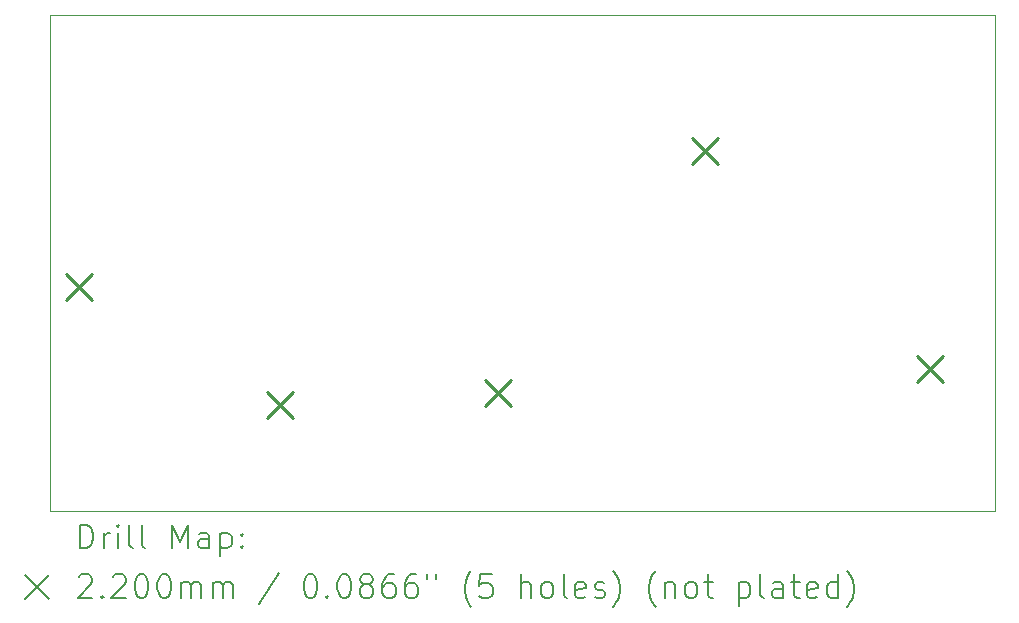
<source format=gbr>
%TF.GenerationSoftware,KiCad,Pcbnew,8.0.2-8.0.2-0~ubuntu22.04.1*%
%TF.CreationDate,2024-05-10T23:44:40+03:00*%
%TF.ProjectId,handle-module,68616e64-6c65-42d6-9d6f-64756c652e6b,rev?*%
%TF.SameCoordinates,Original*%
%TF.FileFunction,Drillmap*%
%TF.FilePolarity,Positive*%
%FSLAX45Y45*%
G04 Gerber Fmt 4.5, Leading zero omitted, Abs format (unit mm)*
G04 Created by KiCad (PCBNEW 8.0.2-8.0.2-0~ubuntu22.04.1) date 2024-05-10 23:44:40*
%MOMM*%
%LPD*%
G01*
G04 APERTURE LIST*
%ADD10C,0.100000*%
%ADD11C,0.200000*%
%ADD12C,0.220000*%
G04 APERTURE END LIST*
D10*
X5500000Y-7800000D02*
X13500000Y-7800000D01*
X13500000Y-12000000D01*
X5500000Y-12000000D01*
X5500000Y-7800000D01*
D11*
D12*
X5640000Y-9990000D02*
X5860000Y-10210000D01*
X5860000Y-9990000D02*
X5640000Y-10210000D01*
X7340000Y-10990000D02*
X7560000Y-11210000D01*
X7560000Y-10990000D02*
X7340000Y-11210000D01*
X9190000Y-10890000D02*
X9410000Y-11110000D01*
X9410000Y-10890000D02*
X9190000Y-11110000D01*
X10940000Y-8840000D02*
X11160000Y-9060000D01*
X11160000Y-8840000D02*
X10940000Y-9060000D01*
X12840000Y-10690000D02*
X13060000Y-10910000D01*
X13060000Y-10690000D02*
X12840000Y-10910000D01*
D11*
X5755777Y-12316484D02*
X5755777Y-12116484D01*
X5755777Y-12116484D02*
X5803396Y-12116484D01*
X5803396Y-12116484D02*
X5831967Y-12126008D01*
X5831967Y-12126008D02*
X5851015Y-12145055D01*
X5851015Y-12145055D02*
X5860539Y-12164103D01*
X5860539Y-12164103D02*
X5870062Y-12202198D01*
X5870062Y-12202198D02*
X5870062Y-12230769D01*
X5870062Y-12230769D02*
X5860539Y-12268865D01*
X5860539Y-12268865D02*
X5851015Y-12287912D01*
X5851015Y-12287912D02*
X5831967Y-12306960D01*
X5831967Y-12306960D02*
X5803396Y-12316484D01*
X5803396Y-12316484D02*
X5755777Y-12316484D01*
X5955777Y-12316484D02*
X5955777Y-12183150D01*
X5955777Y-12221246D02*
X5965301Y-12202198D01*
X5965301Y-12202198D02*
X5974824Y-12192674D01*
X5974824Y-12192674D02*
X5993872Y-12183150D01*
X5993872Y-12183150D02*
X6012920Y-12183150D01*
X6079586Y-12316484D02*
X6079586Y-12183150D01*
X6079586Y-12116484D02*
X6070062Y-12126008D01*
X6070062Y-12126008D02*
X6079586Y-12135531D01*
X6079586Y-12135531D02*
X6089110Y-12126008D01*
X6089110Y-12126008D02*
X6079586Y-12116484D01*
X6079586Y-12116484D02*
X6079586Y-12135531D01*
X6203396Y-12316484D02*
X6184348Y-12306960D01*
X6184348Y-12306960D02*
X6174824Y-12287912D01*
X6174824Y-12287912D02*
X6174824Y-12116484D01*
X6308158Y-12316484D02*
X6289110Y-12306960D01*
X6289110Y-12306960D02*
X6279586Y-12287912D01*
X6279586Y-12287912D02*
X6279586Y-12116484D01*
X6536729Y-12316484D02*
X6536729Y-12116484D01*
X6536729Y-12116484D02*
X6603396Y-12259341D01*
X6603396Y-12259341D02*
X6670062Y-12116484D01*
X6670062Y-12116484D02*
X6670062Y-12316484D01*
X6851015Y-12316484D02*
X6851015Y-12211722D01*
X6851015Y-12211722D02*
X6841491Y-12192674D01*
X6841491Y-12192674D02*
X6822443Y-12183150D01*
X6822443Y-12183150D02*
X6784348Y-12183150D01*
X6784348Y-12183150D02*
X6765301Y-12192674D01*
X6851015Y-12306960D02*
X6831967Y-12316484D01*
X6831967Y-12316484D02*
X6784348Y-12316484D01*
X6784348Y-12316484D02*
X6765301Y-12306960D01*
X6765301Y-12306960D02*
X6755777Y-12287912D01*
X6755777Y-12287912D02*
X6755777Y-12268865D01*
X6755777Y-12268865D02*
X6765301Y-12249817D01*
X6765301Y-12249817D02*
X6784348Y-12240293D01*
X6784348Y-12240293D02*
X6831967Y-12240293D01*
X6831967Y-12240293D02*
X6851015Y-12230769D01*
X6946253Y-12183150D02*
X6946253Y-12383150D01*
X6946253Y-12192674D02*
X6965301Y-12183150D01*
X6965301Y-12183150D02*
X7003396Y-12183150D01*
X7003396Y-12183150D02*
X7022443Y-12192674D01*
X7022443Y-12192674D02*
X7031967Y-12202198D01*
X7031967Y-12202198D02*
X7041491Y-12221246D01*
X7041491Y-12221246D02*
X7041491Y-12278388D01*
X7041491Y-12278388D02*
X7031967Y-12297436D01*
X7031967Y-12297436D02*
X7022443Y-12306960D01*
X7022443Y-12306960D02*
X7003396Y-12316484D01*
X7003396Y-12316484D02*
X6965301Y-12316484D01*
X6965301Y-12316484D02*
X6946253Y-12306960D01*
X7127205Y-12297436D02*
X7136729Y-12306960D01*
X7136729Y-12306960D02*
X7127205Y-12316484D01*
X7127205Y-12316484D02*
X7117682Y-12306960D01*
X7117682Y-12306960D02*
X7127205Y-12297436D01*
X7127205Y-12297436D02*
X7127205Y-12316484D01*
X7127205Y-12192674D02*
X7136729Y-12202198D01*
X7136729Y-12202198D02*
X7127205Y-12211722D01*
X7127205Y-12211722D02*
X7117682Y-12202198D01*
X7117682Y-12202198D02*
X7127205Y-12192674D01*
X7127205Y-12192674D02*
X7127205Y-12211722D01*
X5295000Y-12545000D02*
X5495000Y-12745000D01*
X5495000Y-12545000D02*
X5295000Y-12745000D01*
X5746253Y-12555531D02*
X5755777Y-12546008D01*
X5755777Y-12546008D02*
X5774824Y-12536484D01*
X5774824Y-12536484D02*
X5822443Y-12536484D01*
X5822443Y-12536484D02*
X5841491Y-12546008D01*
X5841491Y-12546008D02*
X5851015Y-12555531D01*
X5851015Y-12555531D02*
X5860539Y-12574579D01*
X5860539Y-12574579D02*
X5860539Y-12593627D01*
X5860539Y-12593627D02*
X5851015Y-12622198D01*
X5851015Y-12622198D02*
X5736729Y-12736484D01*
X5736729Y-12736484D02*
X5860539Y-12736484D01*
X5946253Y-12717436D02*
X5955777Y-12726960D01*
X5955777Y-12726960D02*
X5946253Y-12736484D01*
X5946253Y-12736484D02*
X5936729Y-12726960D01*
X5936729Y-12726960D02*
X5946253Y-12717436D01*
X5946253Y-12717436D02*
X5946253Y-12736484D01*
X6031967Y-12555531D02*
X6041491Y-12546008D01*
X6041491Y-12546008D02*
X6060539Y-12536484D01*
X6060539Y-12536484D02*
X6108158Y-12536484D01*
X6108158Y-12536484D02*
X6127205Y-12546008D01*
X6127205Y-12546008D02*
X6136729Y-12555531D01*
X6136729Y-12555531D02*
X6146253Y-12574579D01*
X6146253Y-12574579D02*
X6146253Y-12593627D01*
X6146253Y-12593627D02*
X6136729Y-12622198D01*
X6136729Y-12622198D02*
X6022443Y-12736484D01*
X6022443Y-12736484D02*
X6146253Y-12736484D01*
X6270062Y-12536484D02*
X6289110Y-12536484D01*
X6289110Y-12536484D02*
X6308158Y-12546008D01*
X6308158Y-12546008D02*
X6317682Y-12555531D01*
X6317682Y-12555531D02*
X6327205Y-12574579D01*
X6327205Y-12574579D02*
X6336729Y-12612674D01*
X6336729Y-12612674D02*
X6336729Y-12660293D01*
X6336729Y-12660293D02*
X6327205Y-12698388D01*
X6327205Y-12698388D02*
X6317682Y-12717436D01*
X6317682Y-12717436D02*
X6308158Y-12726960D01*
X6308158Y-12726960D02*
X6289110Y-12736484D01*
X6289110Y-12736484D02*
X6270062Y-12736484D01*
X6270062Y-12736484D02*
X6251015Y-12726960D01*
X6251015Y-12726960D02*
X6241491Y-12717436D01*
X6241491Y-12717436D02*
X6231967Y-12698388D01*
X6231967Y-12698388D02*
X6222443Y-12660293D01*
X6222443Y-12660293D02*
X6222443Y-12612674D01*
X6222443Y-12612674D02*
X6231967Y-12574579D01*
X6231967Y-12574579D02*
X6241491Y-12555531D01*
X6241491Y-12555531D02*
X6251015Y-12546008D01*
X6251015Y-12546008D02*
X6270062Y-12536484D01*
X6460539Y-12536484D02*
X6479586Y-12536484D01*
X6479586Y-12536484D02*
X6498634Y-12546008D01*
X6498634Y-12546008D02*
X6508158Y-12555531D01*
X6508158Y-12555531D02*
X6517682Y-12574579D01*
X6517682Y-12574579D02*
X6527205Y-12612674D01*
X6527205Y-12612674D02*
X6527205Y-12660293D01*
X6527205Y-12660293D02*
X6517682Y-12698388D01*
X6517682Y-12698388D02*
X6508158Y-12717436D01*
X6508158Y-12717436D02*
X6498634Y-12726960D01*
X6498634Y-12726960D02*
X6479586Y-12736484D01*
X6479586Y-12736484D02*
X6460539Y-12736484D01*
X6460539Y-12736484D02*
X6441491Y-12726960D01*
X6441491Y-12726960D02*
X6431967Y-12717436D01*
X6431967Y-12717436D02*
X6422443Y-12698388D01*
X6422443Y-12698388D02*
X6412920Y-12660293D01*
X6412920Y-12660293D02*
X6412920Y-12612674D01*
X6412920Y-12612674D02*
X6422443Y-12574579D01*
X6422443Y-12574579D02*
X6431967Y-12555531D01*
X6431967Y-12555531D02*
X6441491Y-12546008D01*
X6441491Y-12546008D02*
X6460539Y-12536484D01*
X6612920Y-12736484D02*
X6612920Y-12603150D01*
X6612920Y-12622198D02*
X6622443Y-12612674D01*
X6622443Y-12612674D02*
X6641491Y-12603150D01*
X6641491Y-12603150D02*
X6670063Y-12603150D01*
X6670063Y-12603150D02*
X6689110Y-12612674D01*
X6689110Y-12612674D02*
X6698634Y-12631722D01*
X6698634Y-12631722D02*
X6698634Y-12736484D01*
X6698634Y-12631722D02*
X6708158Y-12612674D01*
X6708158Y-12612674D02*
X6727205Y-12603150D01*
X6727205Y-12603150D02*
X6755777Y-12603150D01*
X6755777Y-12603150D02*
X6774824Y-12612674D01*
X6774824Y-12612674D02*
X6784348Y-12631722D01*
X6784348Y-12631722D02*
X6784348Y-12736484D01*
X6879586Y-12736484D02*
X6879586Y-12603150D01*
X6879586Y-12622198D02*
X6889110Y-12612674D01*
X6889110Y-12612674D02*
X6908158Y-12603150D01*
X6908158Y-12603150D02*
X6936729Y-12603150D01*
X6936729Y-12603150D02*
X6955777Y-12612674D01*
X6955777Y-12612674D02*
X6965301Y-12631722D01*
X6965301Y-12631722D02*
X6965301Y-12736484D01*
X6965301Y-12631722D02*
X6974824Y-12612674D01*
X6974824Y-12612674D02*
X6993872Y-12603150D01*
X6993872Y-12603150D02*
X7022443Y-12603150D01*
X7022443Y-12603150D02*
X7041491Y-12612674D01*
X7041491Y-12612674D02*
X7051015Y-12631722D01*
X7051015Y-12631722D02*
X7051015Y-12736484D01*
X7441491Y-12526960D02*
X7270063Y-12784103D01*
X7698634Y-12536484D02*
X7717682Y-12536484D01*
X7717682Y-12536484D02*
X7736729Y-12546008D01*
X7736729Y-12546008D02*
X7746253Y-12555531D01*
X7746253Y-12555531D02*
X7755777Y-12574579D01*
X7755777Y-12574579D02*
X7765301Y-12612674D01*
X7765301Y-12612674D02*
X7765301Y-12660293D01*
X7765301Y-12660293D02*
X7755777Y-12698388D01*
X7755777Y-12698388D02*
X7746253Y-12717436D01*
X7746253Y-12717436D02*
X7736729Y-12726960D01*
X7736729Y-12726960D02*
X7717682Y-12736484D01*
X7717682Y-12736484D02*
X7698634Y-12736484D01*
X7698634Y-12736484D02*
X7679586Y-12726960D01*
X7679586Y-12726960D02*
X7670063Y-12717436D01*
X7670063Y-12717436D02*
X7660539Y-12698388D01*
X7660539Y-12698388D02*
X7651015Y-12660293D01*
X7651015Y-12660293D02*
X7651015Y-12612674D01*
X7651015Y-12612674D02*
X7660539Y-12574579D01*
X7660539Y-12574579D02*
X7670063Y-12555531D01*
X7670063Y-12555531D02*
X7679586Y-12546008D01*
X7679586Y-12546008D02*
X7698634Y-12536484D01*
X7851015Y-12717436D02*
X7860539Y-12726960D01*
X7860539Y-12726960D02*
X7851015Y-12736484D01*
X7851015Y-12736484D02*
X7841491Y-12726960D01*
X7841491Y-12726960D02*
X7851015Y-12717436D01*
X7851015Y-12717436D02*
X7851015Y-12736484D01*
X7984348Y-12536484D02*
X8003396Y-12536484D01*
X8003396Y-12536484D02*
X8022444Y-12546008D01*
X8022444Y-12546008D02*
X8031967Y-12555531D01*
X8031967Y-12555531D02*
X8041491Y-12574579D01*
X8041491Y-12574579D02*
X8051015Y-12612674D01*
X8051015Y-12612674D02*
X8051015Y-12660293D01*
X8051015Y-12660293D02*
X8041491Y-12698388D01*
X8041491Y-12698388D02*
X8031967Y-12717436D01*
X8031967Y-12717436D02*
X8022444Y-12726960D01*
X8022444Y-12726960D02*
X8003396Y-12736484D01*
X8003396Y-12736484D02*
X7984348Y-12736484D01*
X7984348Y-12736484D02*
X7965301Y-12726960D01*
X7965301Y-12726960D02*
X7955777Y-12717436D01*
X7955777Y-12717436D02*
X7946253Y-12698388D01*
X7946253Y-12698388D02*
X7936729Y-12660293D01*
X7936729Y-12660293D02*
X7936729Y-12612674D01*
X7936729Y-12612674D02*
X7946253Y-12574579D01*
X7946253Y-12574579D02*
X7955777Y-12555531D01*
X7955777Y-12555531D02*
X7965301Y-12546008D01*
X7965301Y-12546008D02*
X7984348Y-12536484D01*
X8165301Y-12622198D02*
X8146253Y-12612674D01*
X8146253Y-12612674D02*
X8136729Y-12603150D01*
X8136729Y-12603150D02*
X8127206Y-12584103D01*
X8127206Y-12584103D02*
X8127206Y-12574579D01*
X8127206Y-12574579D02*
X8136729Y-12555531D01*
X8136729Y-12555531D02*
X8146253Y-12546008D01*
X8146253Y-12546008D02*
X8165301Y-12536484D01*
X8165301Y-12536484D02*
X8203396Y-12536484D01*
X8203396Y-12536484D02*
X8222444Y-12546008D01*
X8222444Y-12546008D02*
X8231967Y-12555531D01*
X8231967Y-12555531D02*
X8241491Y-12574579D01*
X8241491Y-12574579D02*
X8241491Y-12584103D01*
X8241491Y-12584103D02*
X8231967Y-12603150D01*
X8231967Y-12603150D02*
X8222444Y-12612674D01*
X8222444Y-12612674D02*
X8203396Y-12622198D01*
X8203396Y-12622198D02*
X8165301Y-12622198D01*
X8165301Y-12622198D02*
X8146253Y-12631722D01*
X8146253Y-12631722D02*
X8136729Y-12641246D01*
X8136729Y-12641246D02*
X8127206Y-12660293D01*
X8127206Y-12660293D02*
X8127206Y-12698388D01*
X8127206Y-12698388D02*
X8136729Y-12717436D01*
X8136729Y-12717436D02*
X8146253Y-12726960D01*
X8146253Y-12726960D02*
X8165301Y-12736484D01*
X8165301Y-12736484D02*
X8203396Y-12736484D01*
X8203396Y-12736484D02*
X8222444Y-12726960D01*
X8222444Y-12726960D02*
X8231967Y-12717436D01*
X8231967Y-12717436D02*
X8241491Y-12698388D01*
X8241491Y-12698388D02*
X8241491Y-12660293D01*
X8241491Y-12660293D02*
X8231967Y-12641246D01*
X8231967Y-12641246D02*
X8222444Y-12631722D01*
X8222444Y-12631722D02*
X8203396Y-12622198D01*
X8412920Y-12536484D02*
X8374825Y-12536484D01*
X8374825Y-12536484D02*
X8355777Y-12546008D01*
X8355777Y-12546008D02*
X8346253Y-12555531D01*
X8346253Y-12555531D02*
X8327206Y-12584103D01*
X8327206Y-12584103D02*
X8317682Y-12622198D01*
X8317682Y-12622198D02*
X8317682Y-12698388D01*
X8317682Y-12698388D02*
X8327206Y-12717436D01*
X8327206Y-12717436D02*
X8336729Y-12726960D01*
X8336729Y-12726960D02*
X8355777Y-12736484D01*
X8355777Y-12736484D02*
X8393872Y-12736484D01*
X8393872Y-12736484D02*
X8412920Y-12726960D01*
X8412920Y-12726960D02*
X8422444Y-12717436D01*
X8422444Y-12717436D02*
X8431968Y-12698388D01*
X8431968Y-12698388D02*
X8431968Y-12650769D01*
X8431968Y-12650769D02*
X8422444Y-12631722D01*
X8422444Y-12631722D02*
X8412920Y-12622198D01*
X8412920Y-12622198D02*
X8393872Y-12612674D01*
X8393872Y-12612674D02*
X8355777Y-12612674D01*
X8355777Y-12612674D02*
X8336729Y-12622198D01*
X8336729Y-12622198D02*
X8327206Y-12631722D01*
X8327206Y-12631722D02*
X8317682Y-12650769D01*
X8603396Y-12536484D02*
X8565301Y-12536484D01*
X8565301Y-12536484D02*
X8546253Y-12546008D01*
X8546253Y-12546008D02*
X8536729Y-12555531D01*
X8536729Y-12555531D02*
X8517682Y-12584103D01*
X8517682Y-12584103D02*
X8508158Y-12622198D01*
X8508158Y-12622198D02*
X8508158Y-12698388D01*
X8508158Y-12698388D02*
X8517682Y-12717436D01*
X8517682Y-12717436D02*
X8527206Y-12726960D01*
X8527206Y-12726960D02*
X8546253Y-12736484D01*
X8546253Y-12736484D02*
X8584349Y-12736484D01*
X8584349Y-12736484D02*
X8603396Y-12726960D01*
X8603396Y-12726960D02*
X8612920Y-12717436D01*
X8612920Y-12717436D02*
X8622444Y-12698388D01*
X8622444Y-12698388D02*
X8622444Y-12650769D01*
X8622444Y-12650769D02*
X8612920Y-12631722D01*
X8612920Y-12631722D02*
X8603396Y-12622198D01*
X8603396Y-12622198D02*
X8584349Y-12612674D01*
X8584349Y-12612674D02*
X8546253Y-12612674D01*
X8546253Y-12612674D02*
X8527206Y-12622198D01*
X8527206Y-12622198D02*
X8517682Y-12631722D01*
X8517682Y-12631722D02*
X8508158Y-12650769D01*
X8698634Y-12536484D02*
X8698634Y-12574579D01*
X8774825Y-12536484D02*
X8774825Y-12574579D01*
X9070063Y-12812674D02*
X9060539Y-12803150D01*
X9060539Y-12803150D02*
X9041491Y-12774579D01*
X9041491Y-12774579D02*
X9031968Y-12755531D01*
X9031968Y-12755531D02*
X9022444Y-12726960D01*
X9022444Y-12726960D02*
X9012920Y-12679341D01*
X9012920Y-12679341D02*
X9012920Y-12641246D01*
X9012920Y-12641246D02*
X9022444Y-12593627D01*
X9022444Y-12593627D02*
X9031968Y-12565055D01*
X9031968Y-12565055D02*
X9041491Y-12546008D01*
X9041491Y-12546008D02*
X9060539Y-12517436D01*
X9060539Y-12517436D02*
X9070063Y-12507912D01*
X9241491Y-12536484D02*
X9146253Y-12536484D01*
X9146253Y-12536484D02*
X9136730Y-12631722D01*
X9136730Y-12631722D02*
X9146253Y-12622198D01*
X9146253Y-12622198D02*
X9165301Y-12612674D01*
X9165301Y-12612674D02*
X9212920Y-12612674D01*
X9212920Y-12612674D02*
X9231968Y-12622198D01*
X9231968Y-12622198D02*
X9241491Y-12631722D01*
X9241491Y-12631722D02*
X9251015Y-12650769D01*
X9251015Y-12650769D02*
X9251015Y-12698388D01*
X9251015Y-12698388D02*
X9241491Y-12717436D01*
X9241491Y-12717436D02*
X9231968Y-12726960D01*
X9231968Y-12726960D02*
X9212920Y-12736484D01*
X9212920Y-12736484D02*
X9165301Y-12736484D01*
X9165301Y-12736484D02*
X9146253Y-12726960D01*
X9146253Y-12726960D02*
X9136730Y-12717436D01*
X9489111Y-12736484D02*
X9489111Y-12536484D01*
X9574825Y-12736484D02*
X9574825Y-12631722D01*
X9574825Y-12631722D02*
X9565301Y-12612674D01*
X9565301Y-12612674D02*
X9546253Y-12603150D01*
X9546253Y-12603150D02*
X9517682Y-12603150D01*
X9517682Y-12603150D02*
X9498634Y-12612674D01*
X9498634Y-12612674D02*
X9489111Y-12622198D01*
X9698634Y-12736484D02*
X9679587Y-12726960D01*
X9679587Y-12726960D02*
X9670063Y-12717436D01*
X9670063Y-12717436D02*
X9660539Y-12698388D01*
X9660539Y-12698388D02*
X9660539Y-12641246D01*
X9660539Y-12641246D02*
X9670063Y-12622198D01*
X9670063Y-12622198D02*
X9679587Y-12612674D01*
X9679587Y-12612674D02*
X9698634Y-12603150D01*
X9698634Y-12603150D02*
X9727206Y-12603150D01*
X9727206Y-12603150D02*
X9746253Y-12612674D01*
X9746253Y-12612674D02*
X9755777Y-12622198D01*
X9755777Y-12622198D02*
X9765301Y-12641246D01*
X9765301Y-12641246D02*
X9765301Y-12698388D01*
X9765301Y-12698388D02*
X9755777Y-12717436D01*
X9755777Y-12717436D02*
X9746253Y-12726960D01*
X9746253Y-12726960D02*
X9727206Y-12736484D01*
X9727206Y-12736484D02*
X9698634Y-12736484D01*
X9879587Y-12736484D02*
X9860539Y-12726960D01*
X9860539Y-12726960D02*
X9851015Y-12707912D01*
X9851015Y-12707912D02*
X9851015Y-12536484D01*
X10031968Y-12726960D02*
X10012920Y-12736484D01*
X10012920Y-12736484D02*
X9974825Y-12736484D01*
X9974825Y-12736484D02*
X9955777Y-12726960D01*
X9955777Y-12726960D02*
X9946253Y-12707912D01*
X9946253Y-12707912D02*
X9946253Y-12631722D01*
X9946253Y-12631722D02*
X9955777Y-12612674D01*
X9955777Y-12612674D02*
X9974825Y-12603150D01*
X9974825Y-12603150D02*
X10012920Y-12603150D01*
X10012920Y-12603150D02*
X10031968Y-12612674D01*
X10031968Y-12612674D02*
X10041492Y-12631722D01*
X10041492Y-12631722D02*
X10041492Y-12650769D01*
X10041492Y-12650769D02*
X9946253Y-12669817D01*
X10117682Y-12726960D02*
X10136730Y-12736484D01*
X10136730Y-12736484D02*
X10174825Y-12736484D01*
X10174825Y-12736484D02*
X10193873Y-12726960D01*
X10193873Y-12726960D02*
X10203396Y-12707912D01*
X10203396Y-12707912D02*
X10203396Y-12698388D01*
X10203396Y-12698388D02*
X10193873Y-12679341D01*
X10193873Y-12679341D02*
X10174825Y-12669817D01*
X10174825Y-12669817D02*
X10146253Y-12669817D01*
X10146253Y-12669817D02*
X10127206Y-12660293D01*
X10127206Y-12660293D02*
X10117682Y-12641246D01*
X10117682Y-12641246D02*
X10117682Y-12631722D01*
X10117682Y-12631722D02*
X10127206Y-12612674D01*
X10127206Y-12612674D02*
X10146253Y-12603150D01*
X10146253Y-12603150D02*
X10174825Y-12603150D01*
X10174825Y-12603150D02*
X10193873Y-12612674D01*
X10270063Y-12812674D02*
X10279587Y-12803150D01*
X10279587Y-12803150D02*
X10298634Y-12774579D01*
X10298634Y-12774579D02*
X10308158Y-12755531D01*
X10308158Y-12755531D02*
X10317682Y-12726960D01*
X10317682Y-12726960D02*
X10327206Y-12679341D01*
X10327206Y-12679341D02*
X10327206Y-12641246D01*
X10327206Y-12641246D02*
X10317682Y-12593627D01*
X10317682Y-12593627D02*
X10308158Y-12565055D01*
X10308158Y-12565055D02*
X10298634Y-12546008D01*
X10298634Y-12546008D02*
X10279587Y-12517436D01*
X10279587Y-12517436D02*
X10270063Y-12507912D01*
X10631968Y-12812674D02*
X10622444Y-12803150D01*
X10622444Y-12803150D02*
X10603396Y-12774579D01*
X10603396Y-12774579D02*
X10593873Y-12755531D01*
X10593873Y-12755531D02*
X10584349Y-12726960D01*
X10584349Y-12726960D02*
X10574825Y-12679341D01*
X10574825Y-12679341D02*
X10574825Y-12641246D01*
X10574825Y-12641246D02*
X10584349Y-12593627D01*
X10584349Y-12593627D02*
X10593873Y-12565055D01*
X10593873Y-12565055D02*
X10603396Y-12546008D01*
X10603396Y-12546008D02*
X10622444Y-12517436D01*
X10622444Y-12517436D02*
X10631968Y-12507912D01*
X10708158Y-12603150D02*
X10708158Y-12736484D01*
X10708158Y-12622198D02*
X10717682Y-12612674D01*
X10717682Y-12612674D02*
X10736730Y-12603150D01*
X10736730Y-12603150D02*
X10765301Y-12603150D01*
X10765301Y-12603150D02*
X10784349Y-12612674D01*
X10784349Y-12612674D02*
X10793873Y-12631722D01*
X10793873Y-12631722D02*
X10793873Y-12736484D01*
X10917682Y-12736484D02*
X10898634Y-12726960D01*
X10898634Y-12726960D02*
X10889111Y-12717436D01*
X10889111Y-12717436D02*
X10879587Y-12698388D01*
X10879587Y-12698388D02*
X10879587Y-12641246D01*
X10879587Y-12641246D02*
X10889111Y-12622198D01*
X10889111Y-12622198D02*
X10898634Y-12612674D01*
X10898634Y-12612674D02*
X10917682Y-12603150D01*
X10917682Y-12603150D02*
X10946254Y-12603150D01*
X10946254Y-12603150D02*
X10965301Y-12612674D01*
X10965301Y-12612674D02*
X10974825Y-12622198D01*
X10974825Y-12622198D02*
X10984349Y-12641246D01*
X10984349Y-12641246D02*
X10984349Y-12698388D01*
X10984349Y-12698388D02*
X10974825Y-12717436D01*
X10974825Y-12717436D02*
X10965301Y-12726960D01*
X10965301Y-12726960D02*
X10946254Y-12736484D01*
X10946254Y-12736484D02*
X10917682Y-12736484D01*
X11041492Y-12603150D02*
X11117682Y-12603150D01*
X11070063Y-12536484D02*
X11070063Y-12707912D01*
X11070063Y-12707912D02*
X11079587Y-12726960D01*
X11079587Y-12726960D02*
X11098634Y-12736484D01*
X11098634Y-12736484D02*
X11117682Y-12736484D01*
X11336730Y-12603150D02*
X11336730Y-12803150D01*
X11336730Y-12612674D02*
X11355777Y-12603150D01*
X11355777Y-12603150D02*
X11393873Y-12603150D01*
X11393873Y-12603150D02*
X11412920Y-12612674D01*
X11412920Y-12612674D02*
X11422444Y-12622198D01*
X11422444Y-12622198D02*
X11431968Y-12641246D01*
X11431968Y-12641246D02*
X11431968Y-12698388D01*
X11431968Y-12698388D02*
X11422444Y-12717436D01*
X11422444Y-12717436D02*
X11412920Y-12726960D01*
X11412920Y-12726960D02*
X11393873Y-12736484D01*
X11393873Y-12736484D02*
X11355777Y-12736484D01*
X11355777Y-12736484D02*
X11336730Y-12726960D01*
X11546253Y-12736484D02*
X11527206Y-12726960D01*
X11527206Y-12726960D02*
X11517682Y-12707912D01*
X11517682Y-12707912D02*
X11517682Y-12536484D01*
X11708158Y-12736484D02*
X11708158Y-12631722D01*
X11708158Y-12631722D02*
X11698634Y-12612674D01*
X11698634Y-12612674D02*
X11679587Y-12603150D01*
X11679587Y-12603150D02*
X11641492Y-12603150D01*
X11641492Y-12603150D02*
X11622444Y-12612674D01*
X11708158Y-12726960D02*
X11689111Y-12736484D01*
X11689111Y-12736484D02*
X11641492Y-12736484D01*
X11641492Y-12736484D02*
X11622444Y-12726960D01*
X11622444Y-12726960D02*
X11612920Y-12707912D01*
X11612920Y-12707912D02*
X11612920Y-12688865D01*
X11612920Y-12688865D02*
X11622444Y-12669817D01*
X11622444Y-12669817D02*
X11641492Y-12660293D01*
X11641492Y-12660293D02*
X11689111Y-12660293D01*
X11689111Y-12660293D02*
X11708158Y-12650769D01*
X11774825Y-12603150D02*
X11851015Y-12603150D01*
X11803396Y-12536484D02*
X11803396Y-12707912D01*
X11803396Y-12707912D02*
X11812920Y-12726960D01*
X11812920Y-12726960D02*
X11831968Y-12736484D01*
X11831968Y-12736484D02*
X11851015Y-12736484D01*
X11993873Y-12726960D02*
X11974825Y-12736484D01*
X11974825Y-12736484D02*
X11936730Y-12736484D01*
X11936730Y-12736484D02*
X11917682Y-12726960D01*
X11917682Y-12726960D02*
X11908158Y-12707912D01*
X11908158Y-12707912D02*
X11908158Y-12631722D01*
X11908158Y-12631722D02*
X11917682Y-12612674D01*
X11917682Y-12612674D02*
X11936730Y-12603150D01*
X11936730Y-12603150D02*
X11974825Y-12603150D01*
X11974825Y-12603150D02*
X11993873Y-12612674D01*
X11993873Y-12612674D02*
X12003396Y-12631722D01*
X12003396Y-12631722D02*
X12003396Y-12650769D01*
X12003396Y-12650769D02*
X11908158Y-12669817D01*
X12174825Y-12736484D02*
X12174825Y-12536484D01*
X12174825Y-12726960D02*
X12155777Y-12736484D01*
X12155777Y-12736484D02*
X12117682Y-12736484D01*
X12117682Y-12736484D02*
X12098634Y-12726960D01*
X12098634Y-12726960D02*
X12089111Y-12717436D01*
X12089111Y-12717436D02*
X12079587Y-12698388D01*
X12079587Y-12698388D02*
X12079587Y-12641246D01*
X12079587Y-12641246D02*
X12089111Y-12622198D01*
X12089111Y-12622198D02*
X12098634Y-12612674D01*
X12098634Y-12612674D02*
X12117682Y-12603150D01*
X12117682Y-12603150D02*
X12155777Y-12603150D01*
X12155777Y-12603150D02*
X12174825Y-12612674D01*
X12251015Y-12812674D02*
X12260539Y-12803150D01*
X12260539Y-12803150D02*
X12279587Y-12774579D01*
X12279587Y-12774579D02*
X12289111Y-12755531D01*
X12289111Y-12755531D02*
X12298634Y-12726960D01*
X12298634Y-12726960D02*
X12308158Y-12679341D01*
X12308158Y-12679341D02*
X12308158Y-12641246D01*
X12308158Y-12641246D02*
X12298634Y-12593627D01*
X12298634Y-12593627D02*
X12289111Y-12565055D01*
X12289111Y-12565055D02*
X12279587Y-12546008D01*
X12279587Y-12546008D02*
X12260539Y-12517436D01*
X12260539Y-12517436D02*
X12251015Y-12507912D01*
M02*

</source>
